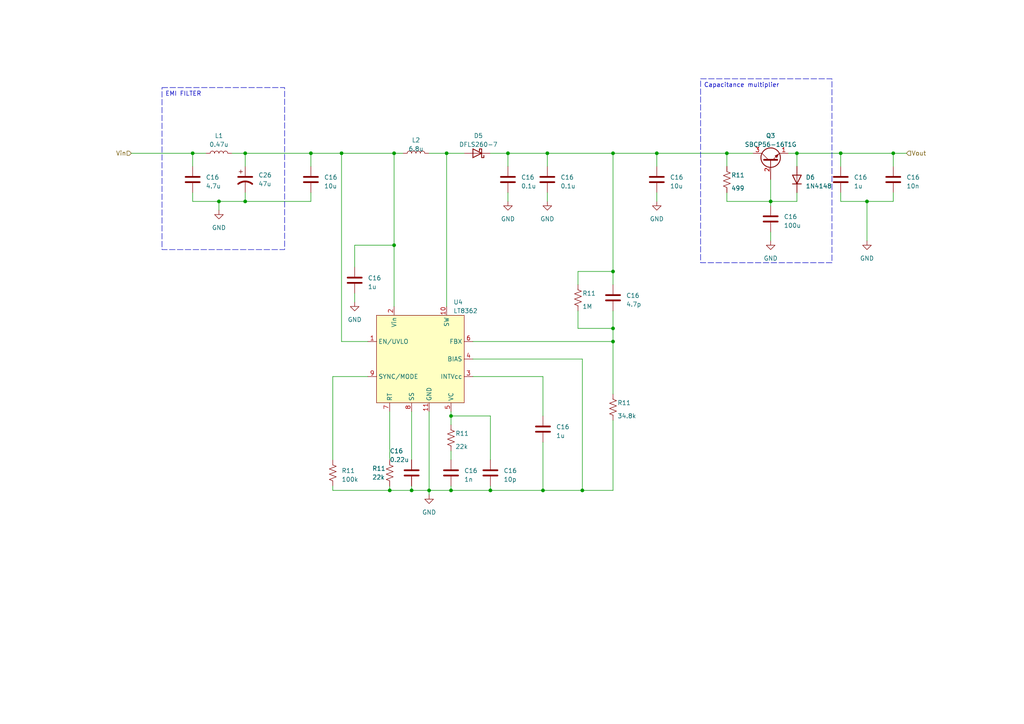
<source format=kicad_sch>
(kicad_sch (version 20230121) (generator eeschema)
  (paper "A4")
  (lib_symbols
    (symbol "Device:C" (pin_numbers hide) (pin_names (offset 0.254))
      (property "Reference" "C" (at 0.635 2.54 0))
      (property "Value" "C" (at 0.635 -2.54 0))
      (symbol "C_0_1"
        (polyline (pts (xy -2.032 -0.762) (xy 2.032 -0.762)) (stroke (width 0.508)))
        (polyline (pts (xy -2.032 0.762) (xy 2.032 0.762)) (stroke (width 0.508)))
      )
      (symbol "C_1_1"
        (pin passive line (at 0 3.81 270) (length 2.794) (name "~") (number "1"))
        (pin passive line (at 0 -3.81 90) (length 2.794) (name "~") (number "2"))
      )
    )
    (symbol "Device:C_Polarized_US" (pin_numbers hide) (pin_names (offset 0.254) hide)
      (property "Reference" "C" (at 0.635 2.54 0))
      (property "Value" "C_Polarized_US" (at 0.635 -2.54 0))
      (symbol "C_Polarized_US_0_1"
        (polyline (pts (xy -2.032 0.762) (xy 2.032 0.762)) (stroke (width 0.508)))
        (polyline (pts (xy -1.778 2.286) (xy -0.762 2.286)))
        (polyline (pts (xy -1.27 1.778) (xy -1.27 2.794)))
        (arc (start 2.032 -1.27) (mid 0 -0.5572) (end -2.032 -1.27) (stroke (width 0.508)))
      )
      (symbol "C_Polarized_US_1_1"
        (pin passive line (at 0 3.81 270) (length 2.794) (name "~") (number "1"))
        (pin passive line (at 0 -3.81 90) (length 3.302) (name "~") (number "2"))
      )
    )
    (symbol "Device:D_Schottky" (pin_numbers hide) (pin_names (offset 1.016) hide)
      (property "Reference" "D" (at 0 2.54 0))
      (property "Value" "D_Schottky" (at 0 -2.54 0))
      (symbol "D_Schottky_0_1"
        (polyline (pts (xy 1.27 0) (xy -1.27 0)))
        (polyline (pts (xy 1.27 1.27) (xy 1.27 -1.27) (xy -1.27 0) (xy 1.27 1.27)) (stroke (width 0.254)))
        (polyline (pts (xy -1.905 0.635) (xy -1.905 1.27) (xy -1.27 1.27) (xy -1.27 -1.27) (xy -0.635 -1.27) (xy -0.635 -0.635)) (stroke (width 0.254)))
      )
      (symbol "D_Schottky_1_1"
        (pin passive line (at -3.81 0 0) (length 2.54) (name "K") (number "1"))
        (pin passive line (at 3.81 0 180) (length 2.54) (name "A") (number "2"))
      )
    )
    (symbol "Device:L" (pin_numbers hide) (pin_names (offset 1.016) hide)
      (property "Reference" "L" (at -1.27 0 90))
      (property "Value" "L" (at 1.905 0 90))
      (symbol "L_0_1"
        (arc (start 0 -2.54) (mid 0.6323 -1.905) (end 0 -1.27))
        (arc (start 0 -1.27) (mid 0.6323 -0.635) (end 0 0))
        (arc (start 0 0) (mid 0.6323 0.635) (end 0 1.27))
        (arc (start 0 1.27) (mid 0.6323 1.905) (end 0 2.54))
      )
      (symbol "L_1_1"
        (pin passive line (at 0 3.81 270) (length 1.27) (name "1") (number "1"))
        (pin passive line (at 0 -3.81 90) (length 1.27) (name "2") (number "2"))
      )
    )
    (symbol "Device:R_US" (pin_numbers hide) (pin_names (offset 0))
      (property "Reference" "R" (at 2.54 0 90))
      (property "Value" "R_US" (at -2.54 0 90))
      (symbol "R_US_0_1"
        (polyline (pts (xy 0 -2.286) (xy 0 -2.54)))
        (polyline (pts (xy 0 2.286) (xy 0 2.54)))
        (polyline (pts (xy 0 -0.762) (xy 1.016 -1.143) (xy 0 -1.524) (xy -1.016 -1.905) (xy 0 -2.286)))
        (polyline (pts (xy 0 0.762) (xy 1.016 0.381) (xy 0 0) (xy -1.016 -0.381) (xy 0 -0.762)))
        (polyline (pts (xy 0 2.286) (xy 1.016 1.905) (xy 0 1.524) (xy -1.016 1.143) (xy 0 0.762)))
      )
      (symbol "R_US_1_1"
        (pin passive line (at 0 3.81 270) (length 1.27) (name "~") (number "1"))
        (pin passive line (at 0 -3.81 90) (length 1.27) (name "~") (number "2"))
      )
    )
    (symbol "Diode:1N4148" (pin_numbers hide) (pin_names hide)
      (property "Reference" "D" (at 0 2.54 0))
      (property "Value" "1N4148" (at 0 -2.54 0))
      (symbol "1N4148_0_1"
        (polyline (pts (xy -1.27 1.27) (xy -1.27 -1.27)) (stroke (width 0.254)))
        (polyline (pts (xy 1.27 0) (xy -1.27 0)))
        (polyline (pts (xy 1.27 1.27) (xy 1.27 -1.27) (xy -1.27 0) (xy 1.27 1.27)) (stroke (width 0.254)))
      )
      (symbol "1N4148_1_1"
        (pin passive line (at -3.81 0 0) (length 2.54) (name "K") (number "1"))
        (pin passive line (at 3.81 0 180) (length 2.54) (name "A") (number "2"))
      )
    )
    (symbol "pd_symbols:LT8362"
      (property "Reference" "U" (at -11.43 13.97 0))
      (property "Value" "LT8362" (at 0 -3.81 0))
      (symbol "LT8362_1_1"
        (rectangle (start -12.7 12.7) (end 12.7 -12.7) (fill (type background)))
        (pin input line (at -15.24 5.08 0) (length 2.54) (name "EN/UVLO") (number "1"))
        (pin output line (at 7.62 15.24 270) (length 2.54) (name "SW") (number "10"))
        (pin power_in line (at 2.54 -15.24 90) (length 2.54) (name "GND") (number "11"))
        (pin power_in line (at -7.62 15.24 270) (length 2.54) (name "Vin") (number "2"))
        (pin passive line (at 15.24 -5.08 180) (length 2.54) (name "INTVcc") (number "3"))
        (pin input line (at 15.24 0 180) (length 2.54) (name "BIAS") (number "4"))
        (pin output line (at 8.89 -15.24 90) (length 2.54) (name "VC") (number "5"))
        (pin input line (at 15.24 5.08 180) (length 2.54) (name "FBX") (number "6"))
        (pin input line (at -8.89 -15.24 90) (length 2.54) (name "RT") (number "7"))
        (pin passive line (at -2.54 -15.24 90) (length 2.54) (name "SS") (number "8"))
        (pin input line (at -15.24 -5.08 0) (length 2.54) (name "SYNC/MODE") (number "9"))
      )
    )
    (symbol "pd_symbols:SBCP56-16T1G" (pin_names (offset 0) hide)
      (property "Reference" "Q" (at 5.08 1.905 0))
      (property "Value" "SBCP56-16T1G" (at 5.08 0 0))
      (symbol "SBCP56-16T1G_0_1"
        (polyline (pts (xy 0.635 0.635) (xy 2.54 2.54)))
        (polyline (pts (xy 0.635 -0.635) (xy 2.54 -2.54) (xy 2.54 -2.54)))
        (polyline (pts (xy 0.635 1.905) (xy 0.635 -1.905) (xy 0.635 -1.905)) (stroke (width 0.508)))
        (polyline (pts (xy 1.27 -1.778) (xy 1.778 -1.27) (xy 2.286 -2.286) (xy 1.27 -1.778) (xy 1.27 -1.778)) (fill (type outline)))
        (circle (center 1.27 0) (radius 2.8194) (stroke (width 0.254)))
      )
      (symbol "SBCP56-16T1G_1_1"
        (pin passive line (at 2.54 -5.08 90) (length 2.54) (name "E") (number "1"))
        (pin passive line (at -5.08 0 0) (length 5.715) (name "B") (number "2"))
        (pin passive line (at 2.54 5.08 270) (length 2.54) (name "C") (number "3"))
      )
    )
    (symbol "power:GND" (power) (pin_names (offset 0))
      (property "Value" "GND" (at 0 -3.81 0))
      (symbol "GND_0_1"
        (polyline (pts (xy 0 0) (xy 0 -1.27) (xy 1.27 -1.27) (xy 0 -2.54) (xy -1.27 -1.27) (xy 0 -1.27)))
      )
      (symbol "GND_1_1"
        (pin power_in line (at 0 0 270) (length 0) hide (name "GND") (number "1"))
      )
    )
  )
  (junction (at 231.14 44.45))
  (junction (at 177.8 99.06))
  (junction (at 130.81 120.65))
  (junction (at 259.08 44.45))
  (junction (at 55.88 44.45))
  (junction (at 124.46 142.24))
  (junction (at 129.54 44.45))
  (junction (at 243.84 44.45))
  (junction (at 71.12 44.45))
  (junction (at 99.06 44.45))
  (junction (at 158.75 44.45))
  (junction (at 113.03 142.24))
  (junction (at 223.52 58.42))
  (junction (at 147.32 44.45))
  (junction (at 119.38 142.24))
  (junction (at 168.91 142.24))
  (junction (at 157.48 142.24))
  (junction (at 114.3 71.12))
  (junction (at 251.46 58.42))
  (junction (at 177.8 44.45))
  (junction (at 63.5 58.42))
  (junction (at 177.8 78.74))
  (junction (at 130.81 142.24))
  (junction (at 190.5 44.45))
  (junction (at 71.12 58.42))
  (junction (at 90.17 44.45))
  (junction (at 142.24 142.24))
  (junction (at 114.3 44.45))
  (junction (at 210.82 44.45))
  (junction (at 177.8 95.25))
  (wire (pts (xy 142.24 44.45) (xy 147.32 44.45)))
  (wire (pts (xy 223.52 58.42) (xy 223.52 59.69)))
  (wire (pts (xy 231.14 55.88) (xy 231.14 58.42)))
  (wire (pts (xy 167.64 90.17) (xy 167.64 95.25)))
  (wire (pts (xy 259.08 55.88) (xy 259.08 58.42)))
  (wire (pts (xy 177.8 121.92) (xy 177.8 142.24)))
  (wire (pts (xy 251.46 69.85) (xy 251.46 58.42)))
  (wire (pts (xy 158.75 48.26) (xy 158.75 44.45)))
  (wire (pts (xy 130.81 130.81) (xy 130.81 133.35)))
  (wire (pts (xy 231.14 44.45) (xy 243.84 44.45)))
  (wire (pts (xy 231.14 58.42) (xy 223.52 58.42)))
  (wire (pts (xy 243.84 58.42) (xy 243.84 55.88)))
  (wire (pts (xy 106.68 109.22) (xy 96.52 109.22)))
  (wire (pts (xy 90.17 44.45) (xy 99.06 44.45)))
  (wire (pts (xy 147.32 55.88) (xy 147.32 58.42)))
  (wire (pts (xy 177.8 90.17) (xy 177.8 95.25)))
  (wire (pts (xy 142.24 140.97) (xy 142.24 142.24)))
  (wire (pts (xy 96.52 142.24) (xy 113.03 142.24)))
  (wire (pts (xy 130.81 120.65) (xy 130.81 123.19)))
  (wire (pts (xy 113.03 119.38) (xy 113.03 133.35)))
  (wire (pts (xy 96.52 140.97) (xy 96.52 142.24)))
  (wire (pts (xy 167.64 78.74) (xy 177.8 78.74)))
  (wire (pts (xy 55.88 58.42) (xy 63.5 58.42)))
  (wire (pts (xy 223.52 52.07) (xy 223.52 58.42)))
  (wire (pts (xy 55.88 44.45) (xy 55.88 48.26)))
  (wire (pts (xy 190.5 44.45) (xy 210.82 44.45)))
  (wire (pts (xy 90.17 48.26) (xy 90.17 44.45)))
  (wire (pts (xy 158.75 55.88) (xy 158.75 58.42)))
  (wire (pts (xy 99.06 44.45) (xy 114.3 44.45)))
  (wire (pts (xy 137.16 109.22) (xy 157.48 109.22)))
  (wire (pts (xy 157.48 142.24) (xy 142.24 142.24)))
  (wire (pts (xy 124.46 119.38) (xy 124.46 142.24)))
  (wire (pts (xy 177.8 82.55) (xy 177.8 78.74)))
  (wire (pts (xy 116.84 44.45) (xy 114.3 44.45)))
  (wire (pts (xy 119.38 140.97) (xy 119.38 142.24)))
  (wire (pts (xy 190.5 48.26) (xy 190.5 44.45)))
  (wire (pts (xy 119.38 119.38) (xy 119.38 133.35)))
  (wire (pts (xy 210.82 58.42) (xy 210.82 55.88)))
  (wire (pts (xy 96.52 109.22) (xy 96.52 133.35)))
  (wire (pts (xy 177.8 78.74) (xy 177.8 44.45)))
  (wire (pts (xy 113.03 140.97) (xy 113.03 142.24)))
  (wire (pts (xy 177.8 99.06) (xy 177.8 114.3)))
  (wire (pts (xy 129.54 88.9) (xy 129.54 44.45)))
  (wire (pts (xy 71.12 44.45) (xy 71.12 48.26)))
  (wire (pts (xy 106.68 99.06) (xy 99.06 99.06)))
  (wire (pts (xy 114.3 71.12) (xy 102.87 71.12)))
  (wire (pts (xy 190.5 55.88) (xy 190.5 58.42)))
  (wire (pts (xy 67.31 44.45) (xy 71.12 44.45)))
  (wire (pts (xy 158.75 44.45) (xy 147.32 44.45)))
  (wire (pts (xy 210.82 58.42) (xy 223.52 58.42)))
  (wire (pts (xy 210.82 44.45) (xy 210.82 48.26)))
  (wire (pts (xy 114.3 88.9) (xy 114.3 71.12)))
  (wire (pts (xy 124.46 142.24) (xy 124.46 143.51)))
  (wire (pts (xy 90.17 55.88) (xy 90.17 58.42)))
  (wire (pts (xy 129.54 44.45) (xy 124.46 44.45)))
  (wire (pts (xy 228.6 44.45) (xy 231.14 44.45)))
  (wire (pts (xy 119.38 142.24) (xy 113.03 142.24)))
  (wire (pts (xy 231.14 44.45) (xy 231.14 48.26)))
  (wire (pts (xy 243.84 44.45) (xy 259.08 44.45)))
  (wire (pts (xy 157.48 128.27) (xy 157.48 142.24)))
  (wire (pts (xy 137.16 104.14) (xy 168.91 104.14)))
  (wire (pts (xy 177.8 95.25) (xy 177.8 99.06)))
  (wire (pts (xy 63.5 58.42) (xy 71.12 58.42)))
  (wire (pts (xy 259.08 44.45) (xy 262.89 44.45)))
  (wire (pts (xy 55.88 58.42) (xy 55.88 55.88)))
  (wire (pts (xy 71.12 55.88) (xy 71.12 58.42)))
  (wire (pts (xy 124.46 142.24) (xy 130.81 142.24)))
  (wire (pts (xy 130.81 119.38) (xy 130.81 120.65)))
  (wire (pts (xy 223.52 67.31) (xy 223.52 69.85)))
  (wire (pts (xy 102.87 71.12) (xy 102.87 77.47)))
  (wire (pts (xy 259.08 44.45) (xy 259.08 48.26)))
  (wire (pts (xy 167.64 82.55) (xy 167.64 78.74)))
  (wire (pts (xy 63.5 60.96) (xy 63.5 58.42)))
  (wire (pts (xy 210.82 44.45) (xy 218.44 44.45)))
  (wire (pts (xy 102.87 85.09) (xy 102.87 87.63)))
  (wire (pts (xy 243.84 44.45) (xy 243.84 48.26)))
  (wire (pts (xy 142.24 133.35) (xy 142.24 120.65)))
  (wire (pts (xy 177.8 44.45) (xy 158.75 44.45)))
  (wire (pts (xy 168.91 142.24) (xy 157.48 142.24)))
  (wire (pts (xy 147.32 44.45) (xy 147.32 48.26)))
  (wire (pts (xy 114.3 44.45) (xy 114.3 71.12)))
  (wire (pts (xy 177.8 142.24) (xy 168.91 142.24)))
  (wire (pts (xy 243.84 58.42) (xy 251.46 58.42)))
  (wire (pts (xy 59.69 44.45) (xy 55.88 44.45)))
  (wire (pts (xy 90.17 58.42) (xy 71.12 58.42)))
  (wire (pts (xy 38.1 44.45) (xy 55.88 44.45)))
  (wire (pts (xy 168.91 104.14) (xy 168.91 142.24)))
  (wire (pts (xy 251.46 58.42) (xy 259.08 58.42)))
  (wire (pts (xy 90.17 44.45) (xy 71.12 44.45)))
  (wire (pts (xy 124.46 142.24) (xy 119.38 142.24)))
  (wire (pts (xy 130.81 140.97) (xy 130.81 142.24)))
  (wire (pts (xy 157.48 109.22) (xy 157.48 120.65)))
  (wire (pts (xy 129.54 44.45) (xy 134.62 44.45)))
  (wire (pts (xy 99.06 99.06) (xy 99.06 44.45)))
  (wire (pts (xy 142.24 120.65) (xy 130.81 120.65)))
  (wire (pts (xy 167.64 95.25) (xy 177.8 95.25)))
  (wire (pts (xy 137.16 99.06) (xy 177.8 99.06)))
  (wire (pts (xy 177.8 44.45) (xy 190.5 44.45)))
  (wire (pts (xy 142.24 142.24) (xy 130.81 142.24)))
  (text_box "EMI FILTER" (at 46.99 25.4 0) (size 35.56 46.99) (stroke (width 0) (type dash)) (effects (font (size 1.27 1.27)) (justify left top)))
  (text_box "Capacitance multiplier" (at 203.2 22.86 0) (size 38.1 53.34) (stroke (width 0) (type dash)) (effects (font (size 1.27 1.27)) (justify left top)))
  (hierarchical_label "Vin" (shape input) (at 38.1 44.45 180))
  (hierarchical_label "Vout" (shape input) (at 262.89 44.45 0))
  (symbol (lib_id "Diode:1N4148") (at 231.14 52.07 90) (unit 1)
    (property "Reference" "D6" (at 233.68 51.435 90) (effects (justify right)))
    (property "Value" "1N4148" (at 233.68 53.975 90) (effects (justify right)))
    (property "Footprint" "Diode_SMD:D_SOD-123" (effects hide))
    (property "Datasheet" "https://assets.nexperia.com/documents/data-sheet/1N4148_1N4448.pdf" (effects hide))
    (property "Sim.Device" "D" (effects hide))
    (property "Sim.Pins" "1=K 2=A" (effects hide))
  )
  (symbol (lib_id "power:GND") (at 251.46 69.85 0) (unit 1)
    (property "Reference" "#PWR061" (effects hide))
    (property "Value" "GND" (at 251.46 74.93 0))
  )
  (symbol (lib_id "Device:R_US") (at 177.8 118.11 180) (unit 1)
    (property "Reference" "R11" (at 179.07 116.84 0) (effects (justify right)))
    (property "Value" "34.8k" (at 179.07 120.65 0) (effects (justify right)))
    (property "Footprint" "Resistor_SMD:R_0603_1608Metric" (effects hide))
    (instances (project "amplifier" (path "" (reference "R11") (unit 1)) (path "" (reference "R28") (unit 1))))
  )
  (symbol (lib_id "Device:C") (at 190.5 52.07 0) (unit 1)
    (property "Reference" "C16" (at 194.31 51.435 0) (effects (justify left)))
    (property "Value" "10u" (at 194.31 53.975 0) (effects (justify left)))
    (property "Footprint" "Capacitor_SMD:C_1206_3216Metric" (effects hide))
    (instances (project "amplifier" (path "" (reference "C16") (unit 1)) (path "" (reference "C36") (unit 1))))
  )
  (symbol (lib_id "power:GND") (at 158.75 58.42 0) (unit 1)
    (property "Reference" "#PWR058" (effects hide))
    (property "Value" "GND" (at 158.75 63.5 0))
  )
  (symbol (lib_id "Device:C") (at 142.24 137.16 0) (unit 1)
    (property "Reference" "C16" (at 146.05 136.525 0) (effects (justify left)))
    (property "Value" "10p" (at 146.05 139.065 0) (effects (justify left)))
    (property "Footprint" "Capacitor_SMD:C_0603_1608Metric" (effects hide))
    (instances (project "amplifier" (path "" (reference "C16") (unit 1)) (path "" (reference "C31") (unit 1))))
  )
  (symbol (lib_id "Device:C") (at 157.48 124.46 0) (unit 1)
    (property "Reference" "C16" (at 161.29 123.825 0) (effects (justify left)))
    (property "Value" "1u" (at 161.29 126.365 0) (effects (justify left)))
    (property "Footprint" "Capacitor_SMD:C_0805_2012Metric" (effects hide))
    (instances (project "amplifier" (path "" (reference "C16") (unit 1)) (path "" (reference "C33") (unit 1))))
  )
  (symbol (lib_id "Device:R_US") (at 167.64 86.36 180) (unit 1)
    (property "Reference" "R11" (at 168.91 85.09 0) (effects (justify right)))
    (property "Value" "1M" (at 168.91 88.9 0) (effects (justify right)))
    (property "Footprint" "Resistor_SMD:R_0603_1608Metric" (effects hide))
    (instances (project "amplifier" (path "" (reference "R11") (unit 1)) (path "" (reference "R27") (unit 1))))
  )
  (symbol (lib_id "Device:C") (at 158.75 52.07 0) (unit 1)
    (property "Reference" "C16" (at 162.56 51.435 0) (effects (justify left)))
    (property "Value" "0.1u" (at 162.56 53.975 0) (effects (justify left)))
    (property "Footprint" "Capacitor_SMD:C_0603_1608Metric" (effects hide))
    (instances (project "amplifier" (path "" (reference "C16") (unit 1)) (path "" (reference "C34") (unit 1))))
  )
  (symbol (lib_id "power:GND") (at 147.32 58.42 0) (unit 1)
    (property "Reference" "#PWR057" (effects hide))
    (property "Value" "GND" (at 147.32 63.5 0))
  )
  (symbol (lib_id "power:GND") (at 190.5 58.42 0) (unit 1)
    (property "Reference" "#PWR059" (effects hide))
    (property "Value" "GND" (at 190.5 63.5 0))
  )
  (symbol (lib_id "power:GND") (at 124.46 143.51 0) (unit 1)
    (property "Reference" "#PWR056" (effects hide))
    (property "Value" "GND" (at 124.46 148.59 0))
  )
  (symbol (lib_id "Device:C") (at 102.87 81.28 0) (unit 1)
    (property "Reference" "C16" (at 106.68 80.645 0) (effects (justify left)))
    (property "Value" "1u" (at 106.68 83.185 0) (effects (justify left)))
    (property "Footprint" "Capacitor_SMD:C_0805_2012Metric" (effects hide))
    (instances (project "amplifier" (path "" (reference "C16") (unit 1)) (path "" (reference "C28") (unit 1))))
  )
  (symbol (lib_id "power:GND") (at 102.87 87.63 0) (unit 1)
    (property "Reference" "#PWR055" (effects hide))
    (property "Value" "GND" (at 102.87 92.71 0))
  )
  (symbol (lib_id "Device:C") (at 223.52 63.5 0) (unit 1)
    (property "Reference" "C16" (at 227.33 62.865 0) (effects (justify left)))
    (property "Value" "100u" (at 227.33 65.405 0) (effects (justify left)))
    (property "Footprint" "Capacitor_SMD:CP_Elec_10x10" (effects hide))
    (instances (project "amplifier" (path "" (reference "C16") (unit 1)) (path "" (reference "C37") (unit 1))))
  )
  (symbol (lib_id "power:GND") (at 63.5 60.96 0) (unit 1)
    (property "Reference" "#PWR054" (effects hide))
    (property "Value" "GND" (at 63.5 66.04 0))
  )
  (symbol (lib_id "Device:C_Polarized_US") (at 71.12 52.07 0) (unit 1)
    (property "Reference" "C26" (at 74.93 50.8 0) (effects (justify left)))
    (property "Value" "47u" (at 74.93 53.34 0) (effects (justify left)))
    (property "Footprint" "Capacitor_SMD:CP_Elec_10x10" (effects hide))
  )
  (symbol (lib_id "pd_symbols:LT8362") (at 121.92 104.14 0) (unit 1)
    (property "Reference" "U4" (at 131.4959 87.63 0) (effects (justify left)))
    (property "Value" "LT8362" (at 131.4959 90.17 0) (effects (justify left)))
    (property "Footprint" "Package_DFN_QFN:DFN-10-1EP_3x3mm_P0.5mm_EP1.65x2.38mm" (effects hide))
    (property "Datasheet" "https://www.analog.com/media/en/technical-documentation/data-sheets/lt8362.pdf" (effects hide))
  )
  (symbol (lib_id "Device:C") (at 119.38 137.16 0) (unit 1)
    (property "Reference" "C16" (at 113.03 130.81 0) (effects (justify left)))
    (property "Value" "0.22u" (at 113.03 133.35 0) (effects (justify left)))
    (property "Footprint" "Capacitor_SMD:C_0603_1608Metric" (effects hide))
    (instances (project "amplifier" (path "" (reference "C16") (unit 1)) (path "" (reference "C29") (unit 1))))
  )
  (symbol (lib_id "Device:C") (at 177.8 86.36 0) (unit 1)
    (property "Reference" "C16" (at 181.61 85.725 0) (effects (justify left)))
    (property "Value" "4.7p" (at 181.61 88.265 0) (effects (justify left)))
    (property "Footprint" "Capacitor_SMD:C_0603_1608Metric" (effects hide))
    (instances (project "amplifier" (path "" (reference "C16") (unit 1)) (path "" (reference "C35") (unit 1))))
  )
  (symbol (lib_id "Device:R_US") (at 96.52 137.16 180) (unit 1)
    (property "Reference" "R11" (at 99.06 136.525 0) (effects (justify right)))
    (property "Value" "100k" (at 99.06 139.065 0) (effects (justify right)))
    (property "Footprint" "Resistor_SMD:R_0603_1608Metric" (effects hide))
    (instances (project "amplifier" (path "" (reference "R11") (unit 1)) (path "" (reference "R24") (unit 1))))
  )
  (symbol (lib_id "Device:L") (at 120.65 44.45 90) (unit 1)
    (property "Reference" "L2" (at 120.65 40.64 90))
    (property "Value" "6.8u" (at 120.65 43.18 90))
    (property "Footprint" "pd_footprints:L_Wuerth_74437324068" (effects hide))
  )
  (symbol (lib_id "power:GND") (at 223.52 69.85 0) (unit 1)
    (property "Reference" "#PWR060" (effects hide))
    (property "Value" "GND" (at 223.52 74.93 0))
  )
  (symbol (lib_id "Device:C") (at 130.81 137.16 0) (unit 1)
    (property "Reference" "C16" (at 134.62 136.525 0) (effects (justify left)))
    (property "Value" "1n" (at 134.62 139.065 0) (effects (justify left)))
    (property "Footprint" "Capacitor_SMD:C_0603_1608Metric" (effects hide))
    (instances (project "amplifier" (path "" (reference "C16") (unit 1)) (path "" (reference "C30") (unit 1))))
  )
  (symbol (lib_id "Device:C") (at 55.88 52.07 0) (unit 1)
    (property "Reference" "C16" (at 59.69 51.435 0) (effects (justify left)))
    (property "Value" "4.7u" (at 59.69 53.975 0) (effects (justify left)))
    (property "Footprint" "Capacitor_SMD:C_1206_3216Metric" (effects hide))
    (instances (project "amplifier" (path "" (reference "C16") (unit 1)) (path "" (reference "C25") (unit 1))))
  )
  (symbol (lib_id "pd_symbols:SBCP56-16T1G") (at 223.52 46.99 90) (unit 1)
    (property "Reference" "Q3" (at 223.52 39.37 90))
    (property "Value" "SBCP56-16T1G" (at 223.52 41.91 90))
    (property "Footprint" "Package_TO_SOT_SMD:SOT-223-3_TabPin2" (effects hide))
    (property "Datasheet" "https://www.onsemi.com/pdf/datasheet/bcp56t1-d.pdf" (effects hide))
  )
  (symbol (lib_id "Device:C") (at 147.32 52.07 0) (unit 1)
    (property "Reference" "C16" (at 151.13 51.435 0) (effects (justify left)))
    (property "Value" "0.1u" (at 151.13 53.975 0) (effects (justify left)))
    (property "Footprint" "Capacitor_SMD:C_0603_1608Metric" (effects hide))
    (instances (project "amplifier" (path "" (reference "C16") (unit 1)) (path "" (reference "C32") (unit 1))))
  )
  (symbol (lib_id "Device:D_Schottky") (at 138.43 44.45 180) (unit 1)
    (property "Reference" "D5" (at 138.7475 39.37 0))
    (property "Value" "DFLS260-7" (at 138.7475 41.91 0))
    (property "Footprint" "Diode_SMD:D_PowerDI-123" (effects hide))
  )
  (symbol (lib_id "Device:L") (at 63.5 44.45 90) (unit 1)
    (property "Reference" "L1" (at 63.5 39.37 90))
    (property "Value" "0.47u" (at 63.5 41.91 90))
    (property "Footprint" "Resistor_SMD:R_0805_2012Metric" (effects hide))
  )
  (symbol (lib_id "Device:C") (at 243.84 52.07 0) (unit 1)
    (property "Reference" "C16" (at 247.65 51.435 0) (effects (justify left)))
    (property "Value" "1u" (at 247.65 53.975 0) (effects (justify left)))
    (property "Footprint" "Capacitor_SMD:C_0805_2012Metric" (effects hide))
    (instances (project "amplifier" (path "" (reference "C16") (unit 1)) (path "" (reference "C38") (unit 1))))
  )
  (symbol (lib_id "Device:R_US") (at 130.81 127 180) (unit 1)
    (property "Reference" "R11" (at 132.08 125.73 0) (effects (justify right)))
    (property "Value" "22k" (at 132.08 129.54 0) (effects (justify right)))
    (property "Footprint" "Resistor_SMD:R_0603_1608Metric" (effects hide))
    (instances (project "amplifier" (path "" (reference "R11") (unit 1)) (path "" (reference "R26") (unit 1))))
  )
  (symbol (lib_id "Device:R_US") (at 210.82 52.07 180) (unit 1)
    (property "Reference" "R11" (at 212.09 50.8 0) (effects (justify right)))
    (property "Value" "499" (at 212.09 54.61 0) (effects (justify right)))
    (property "Footprint" "Resistor_SMD:R_0603_1608Metric" (effects hide))
    (instances (project "amplifier" (path "" (reference "R11") (unit 1)) (path "" (reference "R29") (unit 1))))
  )
  (symbol (lib_id "Device:C") (at 90.17 52.07 0) (unit 1)
    (property "Reference" "C16" (at 93.98 51.435 0) (effects (justify left)))
    (property "Value" "10u" (at 93.98 53.975 0) (effects (justify left)))
    (property "Footprint" "Capacitor_SMD:C_1206_3216Metric" (effects hide))
    (instances (project "amplifier" (path "" (reference "C16") (unit 1)) (path "" (reference "C27") (unit 1))))
  )
  (symbol (lib_id "Device:C") (at 259.08 52.07 0) (unit 1)
    (property "Reference" "C16" (at 262.89 51.435 0) (effects (justify left)))
    (property "Value" "10n" (at 262.89 53.975 0) (effects (justify left)))
    (property "Footprint" "Capacitor_SMD:C_0603_1608Metric" (effects hide))
    (instances (project "amplifier" (path "" (reference "C16") (unit 1)) (path "" (reference "C39") (unit 1))))
  )
  (symbol (lib_id "Device:R_US") (at 113.03 137.16 180) (unit 1)
    (property "Reference" "R11" (at 107.95 135.89 0) (effects (justify right)))
    (property "Value" "22k" (at 107.95 138.43 0) (effects (justify right)))
    (property "Footprint" "Resistor_SMD:R_0603_1608Metric" (effects hide))
    (instances (project "amplifier" (path "" (reference "R11") (unit 1)) (path "" (reference "R25") (unit 1))))
  )
)
</source>
